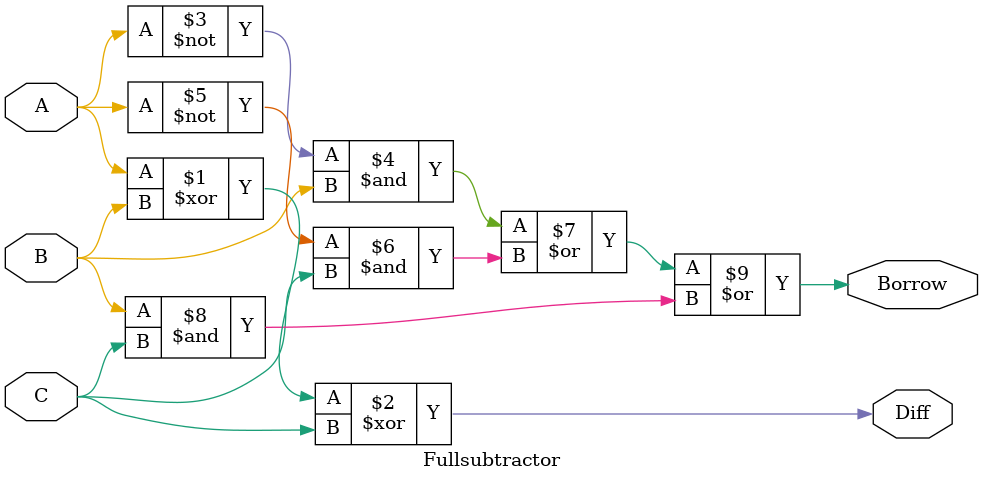
<source format=v>
`timescale 1ns / 1ps
module Fullsubtractor(
    input A,
    input B,
    input C,
    output Diff,
    output Borrow
    );
assign Diff=A^B^C;
assign Borrow=(~A&B)|(~A&C)|(B&C);
endmodule

</source>
